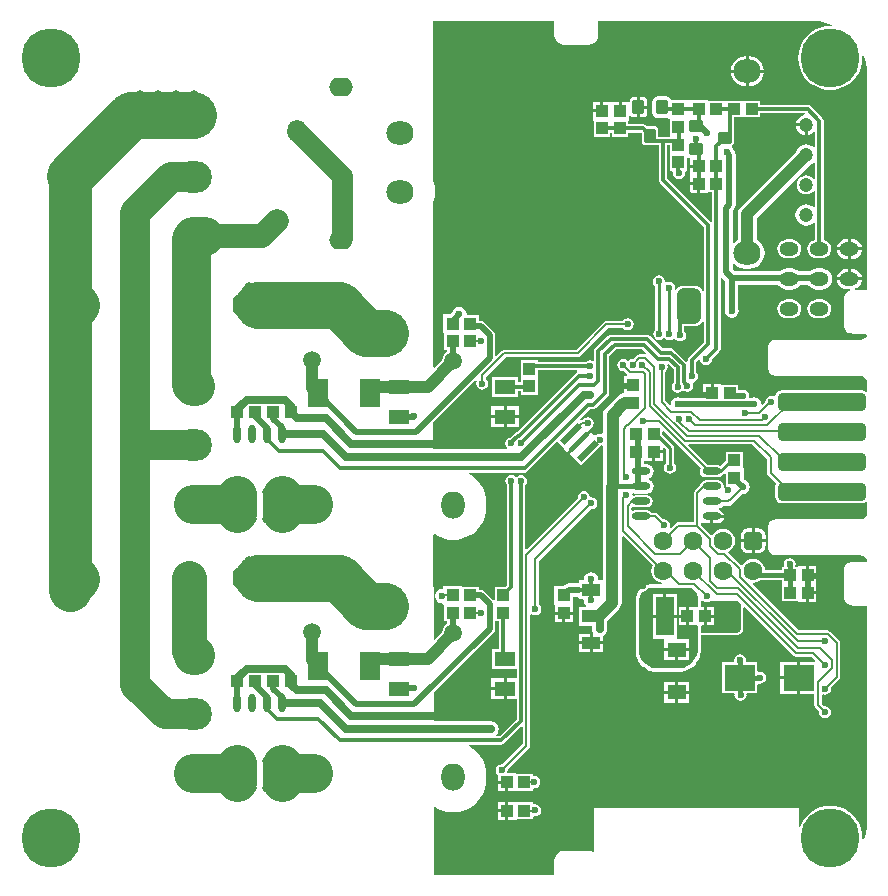
<source format=gbl>
G04 Layer_Physical_Order=2*
G04 Layer_Color=16711680*
%FSLAX44Y44*%
%MOMM*%
G71*
G01*
G75*
%ADD10C,0.5000*%
G04:AMPARAMS|DCode=11|XSize=1.524mm|YSize=7.5mm|CornerRadius=0.381mm|HoleSize=0mm|Usage=FLASHONLY|Rotation=90.000|XOffset=0mm|YOffset=0mm|HoleType=Round|Shape=RoundedRectangle|*
%AMROUNDEDRECTD11*
21,1,1.5240,6.7380,0,0,90.0*
21,1,0.7620,7.5000,0,0,90.0*
1,1,0.7620,3.3690,0.3810*
1,1,0.7620,3.3690,-0.3810*
1,1,0.7620,-3.3690,-0.3810*
1,1,0.7620,-3.3690,0.3810*
%
%ADD11ROUNDEDRECTD11*%
%ADD16R,1.0000X1.0000*%
G04:AMPARAMS|DCode=17|XSize=1mm|YSize=1.2mm|CornerRadius=0.125mm|HoleSize=0mm|Usage=FLASHONLY|Rotation=180.000|XOffset=0mm|YOffset=0mm|HoleType=Round|Shape=RoundedRectangle|*
%AMROUNDEDRECTD17*
21,1,1.0000,0.9500,0,0,180.0*
21,1,0.7500,1.2000,0,0,180.0*
1,1,0.2500,-0.3750,0.4750*
1,1,0.2500,0.3750,0.4750*
1,1,0.2500,0.3750,-0.4750*
1,1,0.2500,-0.3750,-0.4750*
%
%ADD17ROUNDEDRECTD17*%
%ADD20C,0.3000*%
%ADD21C,0.2000*%
%ADD22C,0.2540*%
%ADD23C,0.4000*%
%ADD24C,4.0000*%
%ADD25C,3.3000*%
%ADD27C,3.0000*%
%ADD28C,0.7000*%
%ADD29C,2.0000*%
%ADD30C,1.8000*%
%ADD31O,1.6000X2.0000*%
%ADD32C,5.0000*%
%ADD33O,3.2000X2.7000*%
%ADD34C,1.2000*%
%ADD35O,2.0000X1.6000*%
%ADD36O,1.6000X1.8000*%
%ADD37O,1.6000X1.9000*%
%ADD38O,2.3000X2.0000*%
%ADD39C,1.6000*%
G04:AMPARAMS|DCode=40|XSize=1.6mm|YSize=1.6mm|CornerRadius=0.4mm|HoleSize=0mm|Usage=FLASHONLY|Rotation=0.000|XOffset=0mm|YOffset=0mm|HoleType=Round|Shape=RoundedRectangle|*
%AMROUNDEDRECTD40*
21,1,1.6000,0.8000,0,0,0.0*
21,1,0.8000,1.6000,0,0,0.0*
1,1,0.8000,0.4000,-0.4000*
1,1,0.8000,-0.4000,-0.4000*
1,1,0.8000,-0.4000,0.4000*
1,1,0.8000,0.4000,0.4000*
%
%ADD40ROUNDEDRECTD40*%
%ADD41O,1.6000X1.2000*%
%ADD42O,2.0000X2.3000*%
%ADD43C,1.5000*%
%ADD44C,0.6000*%
%ADD45C,0.8000*%
%ADD46R,1.0000X1.0000*%
%ADD47O,1.6000X0.6000*%
G04:AMPARAMS|DCode=48|XSize=0.55mm|YSize=2.1mm|CornerRadius=0mm|HoleSize=0mm|Usage=FLASHONLY|Rotation=315.000|XOffset=0mm|YOffset=0mm|HoleType=Round|Shape=Rectangle|*
%AMROTATEDRECTD48*
4,1,4,-0.9369,-0.5480,0.5480,0.9369,0.9369,0.5480,-0.5480,-0.9369,-0.9369,-0.5480,0.0*
%
%ADD48ROTATEDRECTD48*%

G04:AMPARAMS|DCode=49|XSize=0.45mm|YSize=2.1mm|CornerRadius=0mm|HoleSize=0mm|Usage=FLASHONLY|Rotation=315.000|XOffset=0mm|YOffset=0mm|HoleType=Round|Shape=Rectangle|*
%AMROTATEDRECTD49*
4,1,4,-0.9016,-0.5834,0.5834,0.9016,0.9016,0.5834,-0.5834,-0.9016,-0.9016,-0.5834,0.0*
%
%ADD49ROTATEDRECTD49*%

%ADD50R,1.6000X1.3000*%
%ADD51R,2.6000X2.2000*%
%ADD52R,1.5000X1.0000*%
%ADD53R,1.5000X3.2500*%
%ADD54R,1.8000X1.3000*%
%ADD55R,1.7000X2.4000*%
%ADD56O,0.6000X1.6000*%
G04:AMPARAMS|DCode=57|XSize=1mm|YSize=1.2mm|CornerRadius=0.125mm|HoleSize=0mm|Usage=FLASHONLY|Rotation=270.000|XOffset=0mm|YOffset=0mm|HoleType=Round|Shape=RoundedRectangle|*
%AMROUNDEDRECTD57*
21,1,1.0000,0.9500,0,0,270.0*
21,1,0.7500,1.2000,0,0,270.0*
1,1,0.2500,-0.4750,-0.3750*
1,1,0.2500,-0.4750,0.3750*
1,1,0.2500,0.4750,0.3750*
1,1,0.2500,0.4750,-0.3750*
%
%ADD57ROUNDEDRECTD57*%
G04:AMPARAMS|DCode=58|XSize=3mm|YSize=2mm|CornerRadius=0.5mm|HoleSize=0mm|Usage=FLASHONLY|Rotation=90.000|XOffset=0mm|YOffset=0mm|HoleType=Round|Shape=RoundedRectangle|*
%AMROUNDEDRECTD58*
21,1,3.0000,1.0000,0,0,90.0*
21,1,2.0000,2.0000,0,0,90.0*
1,1,1.0000,0.5000,1.0000*
1,1,1.0000,0.5000,-1.0000*
1,1,1.0000,-0.5000,-1.0000*
1,1,1.0000,-0.5000,1.0000*
%
%ADD58ROUNDEDRECTD58*%
%ADD59C,1.0000*%
%ADD60C,2.5000*%
%ADD61C,3.6000*%
G36*
X685567Y726135D02*
X691608Y724933D01*
X696636Y723227D01*
X696378Y721973D01*
X694998Y722082D01*
X690761Y721748D01*
X686629Y720756D01*
X682702Y719130D01*
X679079Y716909D01*
X675847Y714149D01*
X673087Y710917D01*
X670866Y707294D01*
X669240Y703367D01*
X668248Y699235D01*
X667914Y694998D01*
X668248Y690761D01*
X669240Y686629D01*
X670866Y682702D01*
X673087Y679079D01*
X675847Y675847D01*
X679079Y673087D01*
X682702Y670866D01*
X686629Y669240D01*
X690761Y668248D01*
X694998Y667915D01*
X699235Y668248D01*
X703367Y669240D01*
X707294Y670866D01*
X710917Y673087D01*
X714149Y675847D01*
X716909Y679079D01*
X719129Y682702D01*
X720756Y686629D01*
X721748Y690761D01*
X722081Y694998D01*
X721979Y696297D01*
X723233Y696555D01*
X724901Y691640D01*
X726103Y685600D01*
X726397Y681115D01*
X726396Y681115D01*
X726397D01*
X726431Y681081D01*
Y498619D01*
X716186D01*
X715933Y499889D01*
X717507Y500540D01*
X719291Y501909D01*
X720660Y503693D01*
X721520Y505771D01*
X721646Y506730D01*
X700753D01*
X700880Y505771D01*
X701740Y503693D01*
X703109Y501909D01*
X704893Y500540D01*
X706971Y499680D01*
X709200Y499386D01*
X711397D01*
X711650Y498116D01*
X710309Y497561D01*
X708676Y496308D01*
X707423Y494675D01*
X706635Y492773D01*
X706369Y490749D01*
X706365Y490732D01*
Y469396D01*
X706369Y469379D01*
X706635Y467355D01*
X707423Y465453D01*
X708676Y463820D01*
X710309Y462567D01*
X712211Y461779D01*
X714235Y461513D01*
X714252Y461509D01*
X725375D01*
X726180Y460528D01*
X726046Y459851D01*
X724814Y458008D01*
X722971Y456776D01*
X720924Y456369D01*
X720796Y456395D01*
X649005D01*
X648678Y456460D01*
X646254Y455977D01*
X644199Y454604D01*
X642826Y452549D01*
X642460Y450710D01*
X642460D01*
X642409Y450379D01*
X642409Y449467D01*
X642409Y449467D01*
X642409Y449446D01*
Y432751D01*
X642409Y432731D01*
X642409Y432730D01*
X642409Y431818D01*
X642460Y431487D01*
X642460D01*
X642826Y429648D01*
X644199Y427593D01*
X646254Y426220D01*
X648678Y425738D01*
X649005Y425803D01*
X720487D01*
X720629Y425831D01*
X722782Y425403D01*
X724727Y424103D01*
X726028Y422157D01*
X726456Y420005D01*
X726427Y419862D01*
Y413170D01*
X725157Y412500D01*
X723789Y413415D01*
X721522Y413866D01*
X654142D01*
X651875Y413415D01*
X649953Y412131D01*
X648669Y410209D01*
X648467Y409191D01*
X647124Y408576D01*
X647051Y408582D01*
X645160Y408958D01*
X643209Y408570D01*
X641555Y407465D01*
X640450Y405811D01*
X640062Y403860D01*
X640062Y403857D01*
X637670Y401465D01*
X636494Y402085D01*
X636080Y404169D01*
X634754Y406154D01*
X632769Y407480D01*
X630428Y407946D01*
X628087Y407480D01*
X627820Y407302D01*
X626926D01*
X626120Y408284D01*
X626301Y409194D01*
X625913Y411145D01*
X624808Y412799D01*
X623154Y413904D01*
X621203Y414292D01*
X619252Y413904D01*
X619070Y413782D01*
X617242D01*
Y418226D01*
X603242D01*
X602782Y418766D01*
Y418766D01*
X596512D01*
Y411226D01*
X595242D01*
Y409956D01*
X587702D01*
Y407302D01*
X568774D01*
X568507Y407480D01*
X566166Y407946D01*
X563825Y407480D01*
X561840Y406154D01*
X560514Y404169D01*
X560098Y402079D01*
X558926Y401455D01*
X555255Y405127D01*
Y429354D01*
X555801Y429719D01*
X556906Y431373D01*
X557294Y433324D01*
X556906Y435275D01*
X557894Y436083D01*
X562343Y431633D01*
Y420189D01*
X562307Y420165D01*
X561202Y418511D01*
X560814Y416560D01*
X561202Y414609D01*
X562307Y412955D01*
X563961Y411850D01*
X565912Y411462D01*
X567863Y411850D01*
X569517Y412955D01*
X569610Y413094D01*
X571326Y413376D01*
X572089Y412866D01*
X574040Y412478D01*
X575991Y412866D01*
X577645Y413971D01*
X578750Y415625D01*
X579138Y417576D01*
X578750Y419527D01*
X578736Y419548D01*
X579320Y420959D01*
X579978Y421090D01*
X581632Y422195D01*
X582737Y423849D01*
X583125Y425800D01*
X582737Y427751D01*
X581632Y429405D01*
X581595Y429429D01*
Y437611D01*
X583523Y439538D01*
X584901Y439120D01*
X585078Y438231D01*
X586183Y436577D01*
X587837Y435472D01*
X589788Y435084D01*
X591739Y435472D01*
X593393Y436577D01*
X594498Y438231D01*
X594886Y440182D01*
X594877Y440225D01*
X601081Y446429D01*
X601855Y447586D01*
X602127Y448952D01*
Y508541D01*
X603397Y509067D01*
X606024Y506439D01*
Y483483D01*
X605980Y483417D01*
X605514Y481076D01*
X605980Y478735D01*
X607306Y476750D01*
X609291Y475424D01*
X611632Y474958D01*
X613973Y475424D01*
X615958Y476750D01*
X617284Y478735D01*
X617749Y481076D01*
X617284Y483417D01*
X617240Y483483D01*
Y503154D01*
X650774D01*
X651981Y501581D01*
X653861Y500139D01*
X656050Y499232D01*
X658400Y498922D01*
X662400D01*
X664750Y499232D01*
X666939Y500139D01*
X668819Y501581D01*
X670026Y503154D01*
X676174D01*
X677381Y501581D01*
X679261Y500139D01*
X681451Y499232D01*
X683800Y498922D01*
X687800D01*
X690150Y499232D01*
X692339Y500139D01*
X694219Y501581D01*
X695661Y503461D01*
X696568Y505650D01*
X696878Y508000D01*
X696568Y510350D01*
X695661Y512539D01*
X694219Y514419D01*
X692339Y515862D01*
X690150Y516768D01*
X687800Y517078D01*
X683800D01*
X681451Y516768D01*
X679261Y515862D01*
X677381Y514419D01*
X677344Y514370D01*
X668857D01*
X668819Y514419D01*
X666939Y515862D01*
X664750Y516768D01*
X662400Y517078D01*
X658400D01*
X656050Y516768D01*
X653861Y515862D01*
X651981Y514419D01*
X651944Y514370D01*
X613955D01*
X612414Y515911D01*
Y520629D01*
X613616Y521037D01*
X614002Y520534D01*
X616718Y518451D01*
X619880Y517141D01*
X623274Y516694D01*
X626274D01*
X629668Y517141D01*
X632830Y518451D01*
X635546Y520534D01*
X637630Y523250D01*
X638939Y526412D01*
X639386Y529806D01*
X638939Y533200D01*
X637630Y536362D01*
X635546Y539078D01*
X632843Y541152D01*
Y559710D01*
X677475Y604341D01*
X679163Y605041D01*
X680961Y606421D01*
X681518Y606322D01*
X682231Y606080D01*
Y592816D01*
X680961Y592384D01*
X680330Y593208D01*
X678659Y594490D01*
X676712Y595296D01*
X674624Y595571D01*
X672536Y595296D01*
X670590Y594490D01*
X668918Y593208D01*
X667636Y591536D01*
X666830Y589590D01*
X666555Y587502D01*
X666830Y585414D01*
X667636Y583467D01*
X668918Y581796D01*
X670590Y580514D01*
X672536Y579708D01*
X674624Y579433D01*
X676712Y579708D01*
X678659Y580514D01*
X680330Y581796D01*
X680961Y582620D01*
X682231Y582189D01*
Y568924D01*
X681518Y568682D01*
X680961Y568583D01*
X679163Y569963D01*
X676973Y570870D01*
X674624Y571180D01*
X672274Y570870D01*
X670085Y569963D01*
X668205Y568521D01*
X666762Y566641D01*
X665856Y564451D01*
X665546Y562102D01*
X665856Y559753D01*
X666762Y557563D01*
X668205Y555683D01*
X670085Y554240D01*
X672274Y553334D01*
X674624Y553024D01*
X676973Y553334D01*
X679163Y554240D01*
X680961Y555621D01*
X681518Y555522D01*
X682231Y555280D01*
Y541263D01*
X681712Y541194D01*
X679765Y540388D01*
X678094Y539106D01*
X676812Y537435D01*
X676006Y535488D01*
X675731Y533400D01*
X676006Y531312D01*
X676812Y529366D01*
X678094Y527694D01*
X679765Y526412D01*
X681712Y525606D01*
X683800Y525331D01*
X687800D01*
X689888Y525606D01*
X691834Y526412D01*
X693506Y527694D01*
X694788Y529366D01*
X695594Y531312D01*
X695869Y533400D01*
X695594Y535488D01*
X694788Y537435D01*
X693506Y539106D01*
X691834Y540388D01*
X689888Y541194D01*
X689369Y541263D01*
Y641858D01*
X689097Y643224D01*
X688323Y644381D01*
X678417Y654287D01*
X677260Y655061D01*
X675894Y655333D01*
X635530D01*
Y658764D01*
X621530D01*
Y658764D01*
X620530D01*
Y658764D01*
X606530D01*
Y658764D01*
X605558D01*
Y658764D01*
X591558D01*
X591558Y659764D01*
X575640D01*
X575558Y659764D01*
Y659764D01*
X574420Y659644D01*
Y659644D01*
X560320D01*
X560297Y659758D01*
X559358Y661164D01*
X557952Y662103D01*
X556294Y662433D01*
X548794D01*
X547136Y662103D01*
X545730Y661164D01*
X544791Y659758D01*
X544461Y658100D01*
Y648600D01*
X544791Y646942D01*
X545730Y645536D01*
X547136Y644597D01*
X548794Y644267D01*
X556294D01*
X557150Y644437D01*
X558420Y643644D01*
Y643644D01*
X559420Y642992D01*
Y629644D01*
X559420Y629644D01*
X559337Y628409D01*
X549608D01*
Y634100D01*
X549355Y635368D01*
X548637Y636443D01*
X547562Y637161D01*
X546294Y637414D01*
X539527D01*
X539043Y637897D01*
X537886Y638671D01*
X536520Y638943D01*
X524144D01*
X524144Y641788D01*
X524684Y642834D01*
X524684Y643420D01*
Y645643D01*
X525954Y646029D01*
X526062Y645868D01*
X527315Y645030D01*
X528794Y644736D01*
X531274D01*
Y653350D01*
Y661964D01*
X528794D01*
X527315Y661670D01*
X526062Y660833D01*
X525224Y659579D01*
X525110Y659007D01*
X524745Y658070D01*
X523770Y657914D01*
X518414D01*
Y650374D01*
X515874D01*
Y657914D01*
X510460D01*
X509190Y657914D01*
X508334Y657914D01*
X502920D01*
Y650374D01*
X501650D01*
Y649104D01*
X494110D01*
X494110Y642834D01*
X494650Y641788D01*
X494650Y641564D01*
Y628374D01*
X508650D01*
Y631805D01*
X510144D01*
Y628374D01*
X524144D01*
Y631805D01*
X535042D01*
X535480Y631367D01*
Y624600D01*
X535733Y623332D01*
X536451Y622257D01*
X537526Y621539D01*
X538794Y621286D01*
X546294D01*
X546637Y621354D01*
X547054Y621271D01*
X549643D01*
Y591820D01*
X549915Y590454D01*
X550689Y589297D01*
X588251Y551734D01*
Y497938D01*
X586981Y497685D01*
X586679Y498416D01*
X585556Y499879D01*
X584094Y501001D01*
X582391Y501706D01*
X580564Y501946D01*
X570564D01*
X568737Y501706D01*
X567034Y501001D01*
X565572Y499879D01*
X564450Y498416D01*
X563305Y498931D01*
X563644Y500634D01*
X563256Y502585D01*
X562151Y504239D01*
X560497Y505344D01*
X558546Y505732D01*
X556595Y505344D01*
X556115Y505023D01*
X554972Y505787D01*
X555008Y505968D01*
X554620Y507919D01*
X553515Y509573D01*
X551861Y510678D01*
X549910Y511066D01*
X547959Y510678D01*
X546305Y509573D01*
X545200Y507919D01*
X544812Y505968D01*
X545200Y504017D01*
X546305Y502363D01*
X546830Y502013D01*
Y465050D01*
X546559Y464869D01*
X545454Y463215D01*
X545066Y461264D01*
X545454Y459313D01*
X546559Y457659D01*
X548213Y456554D01*
X550164Y456166D01*
X552115Y456554D01*
X553769Y457659D01*
X553847Y457776D01*
X555117D01*
X555195Y457659D01*
X556849Y456554D01*
X558800Y456166D01*
X560751Y456554D01*
X562405Y457659D01*
X563796Y457456D01*
X564339Y456643D01*
X565993Y455538D01*
X567944Y455150D01*
X569895Y455538D01*
X571549Y456643D01*
X572654Y458297D01*
X573042Y460248D01*
X572654Y462199D01*
X571549Y463853D01*
X571513Y463877D01*
Y467826D01*
X580564D01*
X582391Y468066D01*
X584094Y468772D01*
X585556Y469893D01*
X586679Y471356D01*
X586981Y472087D01*
X588251Y471834D01*
Y454360D01*
X575504Y441612D01*
X574730Y440455D01*
X574458Y439089D01*
Y438433D01*
X574157Y438219D01*
X573188Y437952D01*
X563101Y448039D01*
X561944Y448813D01*
X560578Y449085D01*
X553166D01*
X542527Y459723D01*
X541370Y460497D01*
X540004Y460769D01*
X509270D01*
X507904Y460497D01*
X506747Y459723D01*
X496079Y449055D01*
X495305Y447898D01*
X495033Y446532D01*
Y439249D01*
X493913Y438650D01*
X493695Y438796D01*
X491744Y439184D01*
X489793Y438796D01*
X488139Y437691D01*
X488115Y437655D01*
X447182D01*
Y438934D01*
X433182D01*
Y425204D01*
X433182Y424934D01*
Y423934D01*
X433182Y423664D01*
Y420383D01*
X430650D01*
Y425314D01*
X408650D01*
Y408314D01*
X430650D01*
Y413245D01*
X433182D01*
Y409934D01*
X447182D01*
Y423664D01*
X447182Y423934D01*
Y424934D01*
X447182Y425204D01*
Y430517D01*
X480440D01*
X480575Y430148D01*
X480652Y429247D01*
X479697Y428609D01*
X429843Y378756D01*
X429084Y378605D01*
X427926Y377831D01*
X423767Y373672D01*
X422991Y373518D01*
X421337Y372413D01*
X420232Y370759D01*
X419844Y368808D01*
X420232Y366857D01*
X421337Y365203D01*
X421716Y364950D01*
X421331Y363680D01*
X358989D01*
X358963Y386415D01*
X394385Y421836D01*
X395526Y421315D01*
X395580Y421236D01*
X395206Y419354D01*
X395594Y417403D01*
X396699Y415749D01*
X398353Y414644D01*
X400304Y414256D01*
X402255Y414644D01*
X403909Y415749D01*
X405014Y417403D01*
X405402Y419354D01*
X405014Y421305D01*
X403909Y422959D01*
X403363Y423324D01*
Y425199D01*
X420113Y441949D01*
X481076D01*
X481076Y441949D01*
X482247Y442182D01*
X483239Y442845D01*
X506727Y466333D01*
X519524D01*
X519889Y465787D01*
X521543Y464682D01*
X523494Y464294D01*
X525445Y464682D01*
X527099Y465787D01*
X528204Y467441D01*
X528592Y469392D01*
X528204Y471343D01*
X527099Y472997D01*
X525445Y474102D01*
X523494Y474490D01*
X521543Y474102D01*
X519889Y472997D01*
X519524Y472451D01*
X505460D01*
X505460Y472451D01*
X504290Y472218D01*
X503297Y471555D01*
X479809Y448067D01*
X418846D01*
X418846Y448067D01*
X417676Y447834D01*
X416683Y447171D01*
X412416Y442903D01*
X411242Y443389D01*
Y460502D01*
X410893Y462258D01*
X409898Y463746D01*
X402278Y471366D01*
X400790Y472361D01*
X399034Y472710D01*
X397278D01*
Y477154D01*
X387894D01*
X387088Y478136D01*
X387118Y478282D01*
X386652Y480623D01*
X385326Y482608D01*
X383341Y483934D01*
X381000Y484399D01*
X378659Y483934D01*
X376674Y482608D01*
X375348Y480623D01*
X375333Y480545D01*
X372941Y478154D01*
X367278D01*
Y462154D01*
X368278D01*
Y448168D01*
X370690D01*
Y446545D01*
X369241Y445433D01*
X367718Y443449D01*
X366761Y441138D01*
X366495Y439122D01*
X360083Y432709D01*
X358909Y433195D01*
X358902Y439166D01*
Y572924D01*
X358986Y573127D01*
X360015Y577412D01*
X360361Y581806D01*
X360015Y586200D01*
X358986Y590485D01*
X358902Y590688D01*
Y726431D01*
X461505D01*
X461505Y714252D01*
X461509Y714235D01*
X461775Y712211D01*
X462563Y710309D01*
X463816Y708676D01*
X465449Y707423D01*
X467351Y706635D01*
X469375Y706369D01*
X469392Y706365D01*
X490728D01*
X490745Y706369D01*
X492769Y706635D01*
X494671Y707423D01*
X496304Y708676D01*
X497557Y710309D01*
X498345Y712211D01*
X498611Y714235D01*
X498615Y714252D01*
X498615Y726431D01*
X675835D01*
X677064Y726383D01*
Y726383D01*
X679422Y726538D01*
X685567Y726135D01*
D02*
G37*
G36*
X673236Y648014D02*
X672647Y646655D01*
X672395Y646622D01*
X670317Y645762D01*
X668533Y644393D01*
X667164Y642609D01*
X666304Y640531D01*
X666178Y639572D01*
X674624D01*
Y638302D01*
X675894D01*
Y629855D01*
X676853Y629982D01*
X678931Y630842D01*
X680715Y632211D01*
X680961Y632533D01*
X682231Y632102D01*
Y619724D01*
X681518Y619482D01*
X680961Y619383D01*
X679163Y620763D01*
X676973Y621670D01*
X674624Y621980D01*
X672274Y621670D01*
X670085Y620763D01*
X668205Y619321D01*
X666762Y617441D01*
X666063Y615752D01*
X619068Y568758D01*
X617786Y567086D01*
X616980Y565140D01*
X616705Y563052D01*
Y541152D01*
X614002Y539078D01*
X613616Y538575D01*
X612414Y538983D01*
Y565875D01*
X613311Y566773D01*
X614527Y568592D01*
X614954Y570738D01*
Y613156D01*
X614527Y615302D01*
X613311Y617121D01*
X612981Y617451D01*
X612966Y617529D01*
X611640Y619514D01*
X611618Y619528D01*
X611617Y620129D01*
X611791Y620940D01*
X612691Y621541D01*
X613409Y622616D01*
X613662Y623884D01*
Y631384D01*
X613593Y631726D01*
X613677Y632144D01*
Y644764D01*
X620530D01*
Y644764D01*
X621530D01*
Y644764D01*
X635530D01*
Y648195D01*
X673106D01*
X673236Y648014D01*
D02*
G37*
G36*
X559420Y614942D02*
X559420Y614672D01*
Y613672D01*
X559420Y613672D01*
Y599672D01*
X560935D01*
X561977Y598402D01*
X561830Y597662D01*
X562218Y595711D01*
X563323Y594057D01*
X564977Y592952D01*
X566928Y592564D01*
X568879Y592952D01*
X570533Y594057D01*
X571638Y595711D01*
X572026Y597662D01*
X571879Y598402D01*
X572921Y599672D01*
X573420D01*
Y610089D01*
X574690Y610768D01*
X575369Y610314D01*
X576018Y610185D01*
Y604774D01*
X583558D01*
Y602234D01*
X576018D01*
Y596058D01*
X576018D01*
Y589788D01*
X583558D01*
Y588518D01*
X584828D01*
Y580978D01*
X591098D01*
Y580978D01*
X591558Y581518D01*
X594989D01*
Y556885D01*
X593719Y556359D01*
X556781Y593298D01*
Y621271D01*
X559420D01*
Y614942D01*
D02*
G37*
G36*
X538927Y445356D02*
X538521Y444388D01*
X538326Y444161D01*
X533455D01*
X533455Y444161D01*
X532284Y443928D01*
X531292Y443265D01*
X531292Y443265D01*
X528158Y440131D01*
X527812Y440200D01*
X525861Y439812D01*
X524628Y438988D01*
X523748Y438803D01*
X522868Y438988D01*
X521635Y439812D01*
X519684Y440200D01*
X517733Y439812D01*
X516079Y438707D01*
X514974Y437053D01*
X514586Y435102D01*
X514974Y433151D01*
X516079Y431497D01*
X517733Y430392D01*
X519684Y430004D01*
X520030Y430073D01*
X523075Y427028D01*
X523038Y426652D01*
X522646Y425758D01*
X520780D01*
Y419488D01*
X528320D01*
Y416948D01*
X520780D01*
Y411218D01*
X520320D01*
Y411152D01*
X519254Y411012D01*
X517308Y410206D01*
X515636Y408924D01*
X514996Y408283D01*
X513844Y407400D01*
X504976Y398532D01*
X503694Y396861D01*
X502888Y394914D01*
X502613Y392826D01*
Y377449D01*
X501343Y376661D01*
X499872Y376954D01*
X497921Y376566D01*
X496413Y375559D01*
X496012Y375507D01*
X494904Y375707D01*
X492719Y377893D01*
X483498Y368672D01*
X474277Y359451D01*
X476766Y356962D01*
X476766D01*
X477473Y357019D01*
X484191Y350301D01*
X500840Y366951D01*
X501343Y367051D01*
X502613Y366263D01*
Y334142D01*
X502345Y332106D01*
Y252750D01*
X499232D01*
X498624Y253492D01*
X498158Y255833D01*
X496832Y257818D01*
X496496Y258042D01*
X496463Y258091D01*
X494644Y259307D01*
X492498Y259734D01*
X490352Y259307D01*
X488533Y258091D01*
X488487Y258023D01*
X488180Y257818D01*
X486854Y255833D01*
X486389Y253492D01*
X485779Y252750D01*
X481998D01*
Y251363D01*
X481224Y250728D01*
X478883Y250262D01*
X478805Y250210D01*
X473964D01*
X471818Y249783D01*
X469999Y248567D01*
X469461Y248030D01*
X461392D01*
Y232030D01*
X461852D01*
Y226300D01*
X469392D01*
X476932D01*
Y232030D01*
X477392D01*
Y238994D01*
X478829D01*
X478883Y238958D01*
X481224Y238493D01*
X481998Y237857D01*
Y236750D01*
X485764D01*
X486372Y236008D01*
X486838Y233667D01*
X488164Y231682D01*
X488407Y231520D01*
X488022Y230250D01*
X481998D01*
Y214250D01*
X493316D01*
Y211582D01*
X493539Y209885D01*
X494088Y208560D01*
X493768Y207806D01*
Y201020D01*
X502538D01*
Y205651D01*
X503150Y205904D01*
X504508Y206946D01*
X505550Y208304D01*
X506205Y209885D01*
X506428Y211582D01*
Y218411D01*
X516120Y228102D01*
X517402Y229774D01*
X518208Y231720D01*
X518483Y233808D01*
Y289856D01*
X519656Y290342D01*
X544545Y265453D01*
X543723Y263468D01*
X543380Y260858D01*
X543723Y258248D01*
X544731Y255815D01*
X546334Y253726D01*
X548423Y252123D01*
X550855Y251115D01*
X552979Y250836D01*
X552896Y249566D01*
X543132D01*
X542836Y249507D01*
X542535D01*
X540490Y249100D01*
X540490D01*
X539387Y248643D01*
X538543Y247799D01*
X538543Y247799D01*
X537848Y246758D01*
X537205Y246329D01*
X535994Y246089D01*
X535709Y246089D01*
X535430Y245973D01*
X535135Y245914D01*
X534884Y245747D01*
X534606Y245632D01*
X534393Y245419D01*
X534142Y245251D01*
X533647Y244756D01*
X533480Y244506D01*
X533267Y244293D01*
X532085Y242525D01*
X531970Y242246D01*
X531803Y241996D01*
X530989Y240031D01*
X530930Y239736D01*
X530815Y239457D01*
X530400Y237372D01*
Y237071D01*
X530341Y236775D01*
Y206756D01*
Y193040D01*
X530341Y191589D01*
X530400Y191294D01*
Y190992D01*
X530966Y188146D01*
X531081Y187868D01*
X531140Y187572D01*
X532251Y184891D01*
X532418Y184641D01*
X532533Y184362D01*
X534146Y181950D01*
X534359Y181737D01*
X534526Y181486D01*
X536578Y179434D01*
X536828Y179267D01*
X537042Y179054D01*
X539454Y177441D01*
X539733Y177326D01*
X539983Y177159D01*
X542664Y176048D01*
X542960Y175989D01*
X543238Y175874D01*
X546084Y175308D01*
X546385D01*
X546681Y175249D01*
X548132Y175249D01*
X568021D01*
X568316Y175308D01*
X568618D01*
X571758Y175933D01*
X572037Y176048D01*
X572332Y176107D01*
X575291Y177332D01*
X575541Y177500D01*
X575819Y177615D01*
X578482Y179394D01*
X578695Y179607D01*
X578946Y179774D01*
X581210Y182038D01*
X581377Y182289D01*
X581590Y182502D01*
X583369Y185165D01*
X583484Y185443D01*
X583652Y185693D01*
X584877Y188652D01*
X584936Y188947D01*
X585051Y189226D01*
X585676Y192366D01*
Y192667D01*
X585735Y192963D01*
Y206241D01*
X615187Y206241D01*
X616046Y206241D01*
X616827Y206396D01*
X616827Y206396D01*
X618414Y207053D01*
X619076Y207495D01*
X620291Y208710D01*
X620466Y208973D01*
X620733Y209371D01*
X621391Y210959D01*
X621462Y211315D01*
X621546Y211739D01*
X621547Y212805D01*
X621556Y212852D01*
X621547Y212899D01*
X621549Y221709D01*
X621556Y221742D01*
X621549Y221775D01*
X621552Y229508D01*
X622822Y230033D01*
X663756Y189099D01*
X664749Y188436D01*
X665919Y188203D01*
X665919Y188203D01*
X679265D01*
X682321Y185147D01*
X681835Y183974D01*
X669652D01*
Y170434D01*
Y156894D01*
X681567D01*
Y147168D01*
X681567Y147168D01*
X681800Y145997D01*
X682463Y145005D01*
X685656Y141812D01*
X685528Y141168D01*
X685916Y139217D01*
X687021Y137563D01*
X688675Y136458D01*
X690626Y136070D01*
X692577Y136458D01*
X694231Y137563D01*
X695336Y139217D01*
X695724Y141168D01*
X695336Y143119D01*
X694231Y144773D01*
X692577Y145878D01*
X690626Y146266D01*
X689982Y146138D01*
X687685Y148435D01*
Y155709D01*
X688955Y156403D01*
X690626Y156070D01*
X692577Y156458D01*
X694231Y157563D01*
X695336Y159217D01*
X695724Y161168D01*
X695596Y161812D01*
X702789Y169005D01*
X703452Y169998D01*
X703685Y171168D01*
X703685Y171168D01*
Y199653D01*
X703685Y199653D01*
X703452Y200824D01*
X702789Y201816D01*
X695178Y209427D01*
X694186Y210090D01*
X693015Y210323D01*
X693015Y210323D01*
X668322D01*
X628998Y249647D01*
X629560Y250786D01*
X629666Y250772D01*
X632276Y251115D01*
X634709Y252123D01*
X636143Y253224D01*
X653774D01*
Y250302D01*
X653774D01*
Y249316D01*
X653774D01*
Y235316D01*
X667188Y235316D01*
X668234Y234776D01*
X668820Y234776D01*
X674504D01*
Y242316D01*
X675774D01*
Y243586D01*
X683314D01*
Y249762D01*
Y256032D01*
X675774D01*
Y257302D01*
X674504D01*
Y264842D01*
X668234Y264842D01*
X667188Y264302D01*
X666377Y264302D01*
X665571Y265284D01*
X665752Y266192D01*
X665364Y268143D01*
X664259Y269797D01*
X662605Y270902D01*
X660654Y271290D01*
X658703Y270902D01*
X657049Y269797D01*
X655944Y268143D01*
X655556Y266192D01*
X655737Y265284D01*
X654931Y264302D01*
X653774D01*
Y261380D01*
X639683D01*
X639409Y263468D01*
X638401Y265901D01*
X636798Y267990D01*
X634709Y269593D01*
X632276Y270601D01*
X629666Y270944D01*
X627056Y270601D01*
X624623Y269593D01*
X622534Y267990D01*
X620931Y265901D01*
X620834Y265666D01*
X619588Y265418D01*
X608826Y276180D01*
X609074Y277426D01*
X609309Y277523D01*
X611398Y279126D01*
X613001Y281215D01*
X614009Y283647D01*
X614352Y286258D01*
X614009Y288869D01*
X613001Y291301D01*
X611398Y293390D01*
X609309Y294993D01*
X606876Y296001D01*
X604266Y296344D01*
X601656Y296001D01*
X599223Y294993D01*
X597134Y293390D01*
X595712Y291536D01*
X594281Y291171D01*
X585481Y299971D01*
Y301422D01*
X586751Y302101D01*
X587480Y301613D01*
X589642Y301183D01*
X593372D01*
Y306832D01*
X594642D01*
Y308102D01*
X605038D01*
X604860Y308994D01*
X603636Y310826D01*
X601804Y312051D01*
X600549Y312300D01*
Y313595D01*
X601983Y313880D01*
X603968Y315206D01*
X604133Y315454D01*
X608584D01*
X608584Y315454D01*
X610145Y315764D01*
X611468Y316648D01*
X611468Y316648D01*
X613609Y318789D01*
X613609Y318789D01*
X620484Y325664D01*
X620776Y325606D01*
X623117Y326072D01*
X625102Y327398D01*
X626428Y329383D01*
X626894Y331724D01*
X626428Y334065D01*
X625102Y336050D01*
X623117Y337376D01*
X623039Y337391D01*
X621918Y338513D01*
Y347718D01*
X620918Y347718D01*
Y361718D01*
X606918D01*
Y354719D01*
X601741Y349543D01*
X601593Y349642D01*
X599642Y350030D01*
X591473D01*
X574641Y366862D01*
X575127Y368035D01*
X629161D01*
X641593Y355603D01*
Y343662D01*
X641593Y343662D01*
X641826Y342491D01*
X642489Y341499D01*
X649194Y334794D01*
X648669Y334009D01*
X648218Y331742D01*
Y324122D01*
X648669Y321855D01*
X649953Y319933D01*
X651875Y318649D01*
X654142Y318198D01*
X721522D01*
X723789Y318649D01*
X725157Y319564D01*
X726427Y318894D01*
Y310134D01*
X726453Y310006D01*
X726046Y307959D01*
X724814Y306116D01*
X722971Y304884D01*
X720924Y304477D01*
X720796Y304503D01*
X649005D01*
X648678Y304568D01*
X646254Y304085D01*
X644199Y302712D01*
X642826Y300657D01*
X642460Y298818D01*
X642460D01*
X642409Y298487D01*
X642409Y297575D01*
X642409Y297575D01*
X642409Y297554D01*
Y280859D01*
X642409Y280839D01*
X642409Y280838D01*
X642409Y279926D01*
X642460Y279595D01*
X642460D01*
X642826Y277756D01*
X644199Y275701D01*
X646254Y274328D01*
X648678Y273846D01*
X649005Y273911D01*
X720207D01*
X720374Y273944D01*
X722613Y273499D01*
X724652Y272136D01*
X726015Y270096D01*
X726139Y269476D01*
X725333Y268495D01*
X714252Y268495D01*
X714235Y268491D01*
X712211Y268225D01*
X710309Y267437D01*
X708676Y266184D01*
X707423Y264551D01*
X706635Y262649D01*
X706369Y260625D01*
X706365Y260608D01*
Y239272D01*
X706369Y239255D01*
X706635Y237231D01*
X707423Y235329D01*
X708676Y233696D01*
X710309Y232443D01*
X712211Y231655D01*
X714235Y231389D01*
X714252Y231385D01*
X726431Y231385D01*
Y54165D01*
X726383Y52936D01*
X726383D01*
X726538Y50578D01*
X726135Y44433D01*
X724933Y38392D01*
X723227Y33365D01*
X721973Y33623D01*
X722082Y34998D01*
X721748Y39235D01*
X720756Y43367D01*
X719130Y47294D01*
X716909Y50917D01*
X714149Y54149D01*
X710917Y56909D01*
X707294Y59130D01*
X703367Y60756D01*
X699235Y61748D01*
X694998Y62081D01*
X690761Y61748D01*
X686629Y60756D01*
X682702Y59130D01*
X679079Y56909D01*
X675847Y54149D01*
X673087Y50917D01*
X670866Y47294D01*
X669518Y44038D01*
X668248Y44291D01*
Y59944D01*
X495050D01*
Y23796D01*
X493780Y22948D01*
X492773Y23365D01*
X490749Y23631D01*
X490732Y23635D01*
X469396D01*
X469379Y23631D01*
X467355Y23365D01*
X465453Y22577D01*
X463820Y21324D01*
X462567Y19691D01*
X461779Y17789D01*
X461513Y15765D01*
X461509Y15748D01*
Y3569D01*
X359406D01*
X359340Y60496D01*
X360448Y61117D01*
X363011Y59547D01*
X367083Y57860D01*
X371368Y56831D01*
X375762Y56485D01*
X380156Y56831D01*
X384441Y57860D01*
X388513Y59547D01*
X392271Y61849D01*
X395622Y64712D01*
X398484Y68063D01*
X400787Y71821D01*
X402474Y75893D01*
X403503Y80178D01*
X403849Y84572D01*
Y87572D01*
X403503Y91966D01*
X402474Y96251D01*
X400787Y100323D01*
X398484Y104081D01*
X395622Y107432D01*
X392271Y110295D01*
X388944Y112333D01*
X389302Y113603D01*
X416638D01*
X418004Y113875D01*
X419161Y114649D01*
X433410Y128897D01*
X434583Y128411D01*
Y114043D01*
X417458Y96918D01*
X416814Y97046D01*
X414863Y96658D01*
X413209Y95553D01*
X412104Y93899D01*
X411716Y91948D01*
X412104Y89997D01*
X413209Y88343D01*
X413458Y88177D01*
Y83058D01*
X420998D01*
Y81788D01*
X422268D01*
Y74248D01*
X428538Y74248D01*
X429584Y74788D01*
X429808Y74788D01*
X442998D01*
Y76242D01*
X443980Y77048D01*
X444500Y76944D01*
X446451Y77332D01*
X448105Y78437D01*
X449210Y80091D01*
X449598Y82042D01*
X449210Y83993D01*
X448105Y85647D01*
X446451Y86752D01*
X444500Y87140D01*
X443980Y87037D01*
X442998Y87842D01*
Y88788D01*
X429584Y88788D01*
X428538Y89328D01*
X427952Y89328D01*
X422488D01*
X421643Y90598D01*
X421912Y91948D01*
X421784Y92592D01*
X439805Y110613D01*
X440468Y111606D01*
X440701Y112776D01*
Y223807D01*
X441971Y224278D01*
X443311Y223382D01*
X445262Y222994D01*
X447213Y223382D01*
X448867Y224487D01*
X449972Y226141D01*
X450360Y228092D01*
X449972Y230043D01*
X448867Y231697D01*
X448321Y232062D01*
Y269243D01*
X492116Y313038D01*
X492760Y312910D01*
X494711Y313298D01*
X496365Y314403D01*
X497470Y316057D01*
X497858Y318008D01*
X497470Y319959D01*
X496365Y321613D01*
X494711Y322718D01*
X492760Y323106D01*
X492653Y323085D01*
X491353Y324121D01*
X491120Y325293D01*
X490015Y326947D01*
X488361Y328052D01*
X486410Y328440D01*
X484459Y328052D01*
X482805Y326947D01*
X481700Y325293D01*
X481312Y323342D01*
X481440Y322698D01*
X437884Y279142D01*
X436711Y279628D01*
Y333175D01*
X436747Y333199D01*
X437852Y334853D01*
X438240Y336804D01*
X437852Y338755D01*
X436747Y340409D01*
X435093Y341514D01*
X433142Y341902D01*
X431191Y341514D01*
X429908Y340657D01*
X429042Y340499D01*
X428176Y340657D01*
X426893Y341514D01*
X424942Y341902D01*
X422991Y341514D01*
X421337Y340409D01*
X420232Y338755D01*
X419844Y336804D01*
X420232Y334853D01*
X421337Y333199D01*
X421373Y333175D01*
Y248366D01*
X420037Y247030D01*
X411084D01*
Y236166D01*
X410172Y235772D01*
X409814Y235739D01*
X402278Y243274D01*
X400790Y244269D01*
X399034Y244618D01*
X397278D01*
Y247030D01*
X383278D01*
X383278Y248030D01*
X367278D01*
Y246260D01*
X366522Y245639D01*
X364181Y245174D01*
X362196Y243848D01*
X360870Y241863D01*
X360405Y239522D01*
X360870Y237181D01*
X362196Y235196D01*
X364181Y233870D01*
X366522Y233405D01*
X367278Y232784D01*
Y232030D01*
X368278D01*
Y218044D01*
X370690D01*
Y216133D01*
X369241Y215021D01*
X367718Y213037D01*
X366761Y210726D01*
X366495Y208710D01*
X360349Y202564D01*
X359175Y203049D01*
X359074Y290882D01*
X360343Y291594D01*
X363011Y289959D01*
X367083Y288272D01*
X371368Y287243D01*
X375762Y286897D01*
X380156Y287243D01*
X384441Y288272D01*
X388513Y289959D01*
X392271Y292262D01*
X395622Y295124D01*
X398484Y298475D01*
X400787Y302233D01*
X402474Y306305D01*
X403503Y310590D01*
X403849Y314984D01*
Y317984D01*
X403503Y322378D01*
X402474Y326663D01*
X400787Y330735D01*
X398484Y334493D01*
X395622Y337844D01*
X392271Y340706D01*
X388944Y342745D01*
X389302Y344015D01*
X436230D01*
X437596Y344287D01*
X438753Y345061D01*
X463195Y369502D01*
X464899Y369593D01*
X469634Y364858D01*
X469992Y363736D01*
X469992Y363736D01*
X472481Y361247D01*
X481702Y370468D01*
X491103Y379869D01*
X491388Y380807D01*
X491663Y380862D01*
X493317Y381967D01*
X494422Y383621D01*
X494810Y385572D01*
X494422Y387523D01*
X493317Y389177D01*
X491663Y390282D01*
X489712Y390670D01*
X487761Y390282D01*
X486107Y389177D01*
X485742Y388631D01*
X484460D01*
X484035Y388546D01*
X483409Y389717D01*
X491190Y397497D01*
X494030D01*
X495396Y397769D01*
X496553Y398543D01*
X506713Y408703D01*
X507487Y409860D01*
X507759Y411226D01*
Y442514D01*
X513876Y448631D01*
X535652D01*
X538927Y445356D01*
D02*
G37*
G36*
X585347Y347504D02*
X584932Y346883D01*
X584544Y344932D01*
X584932Y342981D01*
X586037Y341327D01*
X587691Y340222D01*
X589642Y339834D01*
X599642D01*
X601593Y340222D01*
X603247Y341327D01*
X603981Y342426D01*
X604203Y342575D01*
X604745Y343116D01*
X605918Y342630D01*
Y332819D01*
X604648Y332694D01*
X604352Y334183D01*
X603247Y335837D01*
X601593Y336942D01*
X599642Y337330D01*
X589642D01*
X587691Y336942D01*
X586037Y335837D01*
X584932Y334183D01*
X584757Y333305D01*
X580259Y328807D01*
X579596Y327814D01*
X579363Y326644D01*
X579363Y326644D01*
Y301763D01*
X565912D01*
X565912Y301763D01*
X564741Y301530D01*
X563749Y300867D01*
X563749Y300867D01*
X560192Y297310D01*
X559021Y297935D01*
X559326Y299466D01*
X558938Y301417D01*
X557833Y303071D01*
X556179Y304176D01*
X554228Y304564D01*
X553584Y304436D01*
X549025Y308995D01*
X548032Y309658D01*
X546862Y309891D01*
X546862Y309891D01*
X543612D01*
X543247Y310437D01*
X541593Y311542D01*
X539642Y311930D01*
X529642D01*
X527971Y311597D01*
X526701Y312291D01*
Y313956D01*
X527288Y314470D01*
X527782Y314804D01*
X529642Y314434D01*
X539642D01*
X541593Y314822D01*
X543247Y315927D01*
X544352Y317581D01*
X544740Y319532D01*
X544352Y321483D01*
X543247Y323137D01*
X541593Y324242D01*
X539642Y324630D01*
X529642D01*
X528703Y324443D01*
X527360Y325337D01*
X527347Y325401D01*
X527498Y326124D01*
X527892Y326463D01*
X529642Y326115D01*
X539642D01*
X541983Y326580D01*
X543968Y327906D01*
X545294Y329891D01*
X545760Y332232D01*
X545294Y334573D01*
X543968Y336558D01*
X541983Y337884D01*
X541728Y337935D01*
Y339229D01*
X541983Y339280D01*
X543968Y340606D01*
X545294Y342591D01*
X545760Y344932D01*
X545294Y347273D01*
X543968Y349258D01*
X541983Y350584D01*
X539642Y351049D01*
X537738D01*
Y353696D01*
X538472D01*
Y354156D01*
X544202D01*
Y361696D01*
X545472D01*
Y362966D01*
X553012D01*
Y364800D01*
X554185Y365286D01*
X556036Y363435D01*
Y352020D01*
X555765Y351839D01*
X554660Y350185D01*
X554272Y348234D01*
X554660Y346283D01*
X555765Y344629D01*
X557419Y343524D01*
X559370Y343136D01*
X561321Y343524D01*
X562975Y344629D01*
X564080Y346283D01*
X564468Y348234D01*
X564080Y350185D01*
X562975Y351839D01*
X562704Y352020D01*
Y364816D01*
X562450Y366092D01*
X561727Y367174D01*
X552472Y376429D01*
Y378720D01*
X553645Y379206D01*
X585347Y347504D01*
D02*
G37*
G36*
X575640Y246518D02*
X577251Y246094D01*
X578749Y245364D01*
X580076Y244356D01*
X581181Y243108D01*
X582020Y241669D01*
X582443Y240442D01*
X582676Y239268D01*
X582676Y239268D01*
X582676Y239268D01*
Y230500D01*
X581700Y229790D01*
X581114Y229790D01*
X575430D01*
Y222250D01*
Y214710D01*
X581114D01*
X581700Y214710D01*
X582676Y214000D01*
Y192963D01*
X582051Y189822D01*
X580826Y186864D01*
X579047Y184201D01*
X576783Y181937D01*
X574120Y180158D01*
X571162Y178933D01*
X568021Y178308D01*
X548132D01*
X546681Y178308D01*
X543835Y178874D01*
X541154Y179985D01*
X538741Y181597D01*
X536689Y183649D01*
X535077Y186062D01*
X533966Y188743D01*
X533400Y191589D01*
X533400Y193040D01*
Y206756D01*
Y236775D01*
X533815Y238861D01*
X534629Y240825D01*
X535810Y242593D01*
X536305Y243088D01*
X536448Y243060D01*
X538399Y243448D01*
X540053Y244553D01*
X541086Y246100D01*
X543132Y246507D01*
X573151Y246507D01*
X573977Y246620D01*
X575640Y246518D01*
D02*
G37*
G36*
X587252Y235458D02*
X588599Y234558D01*
X590550Y234170D01*
X592501Y234558D01*
X593848Y235458D01*
X616049Y235458D01*
X617639Y234799D01*
X618855Y233582D01*
X619386Y232299D01*
X619513Y231133D01*
Y231132D01*
X619513Y231132D01*
X619513Y231132D01*
X619507Y212599D01*
X619507Y211739D01*
X618849Y210152D01*
X617634Y208937D01*
X616046Y208280D01*
X615187Y208280D01*
X585735Y208280D01*
Y214000D01*
X586783Y214710D01*
X587890D01*
Y222250D01*
Y229790D01*
X586783D01*
X585735Y230500D01*
Y235458D01*
X587252D01*
D02*
G37*
G36*
X414515Y194980D02*
X408650D01*
Y177980D01*
X429573D01*
Y170120D01*
X420920D01*
Y161080D01*
Y152040D01*
X429573D01*
Y135154D01*
X415160Y120741D01*
X412651D01*
X412220Y122011D01*
X412306Y122076D01*
X413348Y123434D01*
X414003Y125015D01*
X414226Y126712D01*
X414003Y128409D01*
X413348Y129990D01*
X412306Y131348D01*
X410948Y132390D01*
X409367Y133045D01*
X407670Y133268D01*
X359256D01*
X359228Y157887D01*
X409898Y208558D01*
X410893Y210046D01*
X411242Y211802D01*
Y218030D01*
X414515D01*
Y194980D01*
D02*
G37*
%LPC*%
G36*
X626274Y696454D02*
X626044D01*
Y685076D01*
X638755D01*
X638491Y687080D01*
X637228Y690130D01*
X635218Y692750D01*
X632598Y694760D01*
X629548Y696023D01*
X626274Y696454D01*
D02*
G37*
G36*
X623504D02*
X623274D01*
X620000Y696023D01*
X616950Y694760D01*
X614330Y692750D01*
X612320Y690130D01*
X611057Y687080D01*
X610793Y685076D01*
X623504D01*
Y696454D01*
D02*
G37*
G36*
X638755Y682536D02*
X626044D01*
Y671158D01*
X626274D01*
X629548Y671589D01*
X632598Y672852D01*
X635218Y674862D01*
X637228Y677482D01*
X638491Y680532D01*
X638755Y682536D01*
D02*
G37*
G36*
X623504D02*
X610793D01*
X611057Y680532D01*
X612320Y677482D01*
X614330Y674862D01*
X616950Y672852D01*
X620000Y671589D01*
X623274Y671158D01*
X623504D01*
Y682536D01*
D02*
G37*
G36*
X536294Y661964D02*
X533814D01*
Y654620D01*
X540158D01*
Y658100D01*
X539864Y659579D01*
X539026Y660833D01*
X537773Y661670D01*
X536294Y661964D01*
D02*
G37*
G36*
X500380Y657914D02*
X494110D01*
Y651644D01*
X500380D01*
Y657914D01*
D02*
G37*
G36*
X540158Y652080D02*
X533814D01*
Y644736D01*
X536294D01*
X537773Y645030D01*
X539026Y645868D01*
X539864Y647121D01*
X540158Y648600D01*
Y652080D01*
D02*
G37*
G36*
X713200Y542014D02*
X712470D01*
Y534670D01*
X721646D01*
X721520Y535629D01*
X720660Y537707D01*
X719291Y539491D01*
X717507Y540860D01*
X715429Y541720D01*
X713200Y542014D01*
D02*
G37*
G36*
X709930D02*
X709200D01*
X706971Y541720D01*
X704893Y540860D01*
X703109Y539491D01*
X701740Y537707D01*
X700880Y535629D01*
X700753Y534670D01*
X709930D01*
Y542014D01*
D02*
G37*
G36*
X662400Y541469D02*
X658400D01*
X656312Y541194D01*
X654365Y540388D01*
X652694Y539106D01*
X651412Y537435D01*
X650606Y535488D01*
X650331Y533400D01*
X650606Y531312D01*
X651412Y529366D01*
X652694Y527694D01*
X654365Y526412D01*
X656312Y525606D01*
X658400Y525331D01*
X662400D01*
X664488Y525606D01*
X666434Y526412D01*
X668106Y527694D01*
X669388Y529366D01*
X670194Y531312D01*
X670469Y533400D01*
X670194Y535488D01*
X669388Y537435D01*
X668106Y539106D01*
X666434Y540388D01*
X664488Y541194D01*
X662400Y541469D01*
D02*
G37*
G36*
X721646Y532130D02*
X712470D01*
Y524786D01*
X713200D01*
X715429Y525080D01*
X717507Y525940D01*
X719291Y527309D01*
X720660Y529093D01*
X721520Y531171D01*
X721646Y532130D01*
D02*
G37*
G36*
X709930D02*
X700753D01*
X700880Y531171D01*
X701740Y529093D01*
X703109Y527309D01*
X704893Y525940D01*
X706971Y525080D01*
X709200Y524786D01*
X709930D01*
Y532130D01*
D02*
G37*
G36*
X713200Y516614D02*
X712470D01*
Y509270D01*
X721646D01*
X721520Y510229D01*
X720660Y512307D01*
X719291Y514091D01*
X717507Y515460D01*
X715429Y516320D01*
X713200Y516614D01*
D02*
G37*
G36*
X709930D02*
X709200D01*
X706971Y516320D01*
X704893Y515460D01*
X703109Y514091D01*
X701740Y512307D01*
X700880Y510229D01*
X700753Y509270D01*
X709930D01*
Y516614D01*
D02*
G37*
G36*
X687800Y490669D02*
X683800D01*
X681712Y490394D01*
X679765Y489588D01*
X678094Y488306D01*
X676812Y486634D01*
X676006Y484688D01*
X675731Y482600D01*
X676006Y480512D01*
X676812Y478565D01*
X678094Y476894D01*
X679765Y475612D01*
X681712Y474806D01*
X683800Y474531D01*
X687800D01*
X689888Y474806D01*
X691834Y475612D01*
X693506Y476894D01*
X694788Y478565D01*
X695594Y480512D01*
X695869Y482600D01*
X695594Y484688D01*
X694788Y486634D01*
X693506Y488306D01*
X691834Y489588D01*
X689888Y490394D01*
X687800Y490669D01*
D02*
G37*
G36*
X662400D02*
X658400D01*
X656312Y490394D01*
X654365Y489588D01*
X652694Y488306D01*
X651412Y486634D01*
X650606Y484688D01*
X650331Y482600D01*
X650606Y480512D01*
X651412Y478565D01*
X652694Y476894D01*
X654365Y475612D01*
X656312Y474806D01*
X658400Y474531D01*
X662400D01*
X664488Y474806D01*
X666434Y475612D01*
X668106Y476894D01*
X669388Y478565D01*
X670194Y480512D01*
X670469Y482600D01*
X670194Y484688D01*
X669388Y486634D01*
X668106Y488306D01*
X666434Y489588D01*
X664488Y490394D01*
X662400Y490669D01*
D02*
G37*
G36*
X593972Y418766D02*
X587702D01*
Y412496D01*
X593972D01*
Y418766D01*
D02*
G37*
G36*
X431190Y400454D02*
X420920D01*
Y392684D01*
X431190D01*
Y400454D01*
D02*
G37*
G36*
X418380D02*
X408110D01*
Y392684D01*
X418380D01*
Y400454D01*
D02*
G37*
G36*
X431190Y390144D02*
X420920D01*
Y382374D01*
X431190D01*
Y390144D01*
D02*
G37*
G36*
X418380D02*
X408110D01*
Y382374D01*
X418380D01*
Y390144D01*
D02*
G37*
G36*
X673354Y637032D02*
X666178D01*
X666304Y636073D01*
X667164Y633995D01*
X668533Y632211D01*
X670317Y630842D01*
X672395Y629982D01*
X673354Y629855D01*
Y637032D01*
D02*
G37*
G36*
X582288Y587248D02*
X576018D01*
Y580978D01*
X582288D01*
Y587248D01*
D02*
G37*
G36*
X605038Y305562D02*
X595912D01*
Y301183D01*
X599642D01*
X601804Y301613D01*
X603636Y302838D01*
X604860Y304670D01*
X605038Y305562D01*
D02*
G37*
G36*
X633666Y296854D02*
X630936D01*
Y287528D01*
X640262D01*
Y290258D01*
X640038Y291965D01*
X639379Y293556D01*
X638330Y294922D01*
X636964Y295971D01*
X635373Y296630D01*
X633666Y296854D01*
D02*
G37*
G36*
X628396D02*
X625666D01*
X623959Y296630D01*
X622368Y295971D01*
X621002Y294922D01*
X619953Y293556D01*
X619294Y291965D01*
X619070Y290258D01*
Y287528D01*
X628396D01*
Y296854D01*
D02*
G37*
G36*
X640262Y284988D02*
X630936D01*
Y275662D01*
X633666D01*
X635373Y275886D01*
X636964Y276545D01*
X638330Y277594D01*
X639379Y278960D01*
X640038Y280551D01*
X640262Y282258D01*
Y284988D01*
D02*
G37*
G36*
X628396D02*
X619070D01*
Y282258D01*
X619294Y280551D01*
X619953Y278960D01*
X621002Y277594D01*
X622368Y276545D01*
X623959Y275886D01*
X625666Y275662D01*
X628396D01*
Y284988D01*
D02*
G37*
G36*
X677044Y264842D02*
Y258572D01*
X683314D01*
Y264842D01*
X677044D01*
D02*
G37*
G36*
X683314Y241046D02*
X677044D01*
Y234776D01*
X683314D01*
Y241046D01*
D02*
G37*
G36*
X476932Y223760D02*
X470662D01*
Y217490D01*
X476932D01*
Y223760D01*
D02*
G37*
G36*
X468122D02*
X461852D01*
Y217490D01*
X468122D01*
Y223760D01*
D02*
G37*
G36*
X491228Y207290D02*
X482458D01*
Y201020D01*
X491228D01*
Y207290D01*
D02*
G37*
G36*
X502538Y198480D02*
X493768D01*
Y192210D01*
X502538D01*
Y198480D01*
D02*
G37*
G36*
X491228D02*
X482458D01*
Y192210D01*
X491228D01*
Y198480D01*
D02*
G37*
G36*
X667112Y183974D02*
X652842D01*
Y171704D01*
X667112D01*
Y183974D01*
D02*
G37*
G36*
X618744Y190010D02*
X616793Y189622D01*
X615139Y188517D01*
X614034Y186863D01*
X613646Y184912D01*
X613745Y184416D01*
X612939Y183434D01*
X603382D01*
Y157434D01*
X613231D01*
X614037Y156452D01*
X613938Y155956D01*
X614326Y154005D01*
X615431Y152351D01*
X617085Y151246D01*
X619036Y150858D01*
X620987Y151246D01*
X622641Y152351D01*
X623746Y154005D01*
X624134Y155956D01*
X624035Y156452D01*
X624841Y157434D01*
X633382D01*
Y164464D01*
X634652Y165506D01*
X635508Y165336D01*
X637459Y165724D01*
X639113Y166829D01*
X640218Y168483D01*
X640606Y170434D01*
X640218Y172385D01*
X639113Y174039D01*
X637459Y175144D01*
X635508Y175532D01*
X634652Y175362D01*
X633382Y176404D01*
Y183434D01*
X624549D01*
X623743Y184416D01*
X623842Y184912D01*
X623454Y186863D01*
X622349Y188517D01*
X620695Y189622D01*
X618744Y190010D01*
D02*
G37*
G36*
X575436Y167062D02*
X566166D01*
Y159292D01*
X575436D01*
Y167062D01*
D02*
G37*
G36*
X563626D02*
X554356D01*
Y159292D01*
X563626D01*
Y167062D01*
D02*
G37*
G36*
X667112Y169164D02*
X652842D01*
Y156894D01*
X667112D01*
Y169164D01*
D02*
G37*
G36*
X575436Y156752D02*
X566166D01*
Y148982D01*
X575436D01*
Y156752D01*
D02*
G37*
G36*
X563626D02*
X554356D01*
Y148982D01*
X563626D01*
Y156752D01*
D02*
G37*
G36*
X419728Y80518D02*
X413458D01*
Y74248D01*
X419728D01*
Y80518D01*
D02*
G37*
G36*
Y65198D02*
X413458D01*
Y58928D01*
X419728D01*
Y65198D01*
D02*
G37*
G36*
X428538Y65198D02*
X427952Y65198D01*
X422268D01*
Y57658D01*
Y50118D01*
X428538Y50118D01*
X429584Y50658D01*
X429808Y50658D01*
X442998D01*
Y51919D01*
X444268Y52961D01*
X445008Y52814D01*
X446959Y53202D01*
X448613Y54307D01*
X449718Y55961D01*
X450106Y57912D01*
X449718Y59863D01*
X448613Y61517D01*
X446959Y62622D01*
X445008Y63010D01*
X444268Y62863D01*
X442998Y63905D01*
Y64658D01*
X429584Y64658D01*
X428538Y65198D01*
D02*
G37*
G36*
X419728Y56388D02*
X413458D01*
Y50118D01*
X419728D01*
Y56388D01*
D02*
G37*
G36*
X553012Y360426D02*
X546742D01*
Y354156D01*
X553012D01*
Y360426D01*
D02*
G37*
G36*
X565038Y241040D02*
X556268D01*
Y223520D01*
X565038D01*
Y241040D01*
D02*
G37*
G36*
X553728D02*
X544958D01*
Y223520D01*
X553728D01*
Y241040D01*
D02*
G37*
G36*
X572890Y229790D02*
X566620D01*
Y223520D01*
X572890D01*
Y229790D01*
D02*
G37*
G36*
Y220980D02*
X566620D01*
Y214710D01*
X572890D01*
Y220980D01*
D02*
G37*
G36*
X565038D02*
X544958D01*
Y203460D01*
X553251D01*
X554356Y203062D01*
X554356Y202190D01*
Y195292D01*
X564896D01*
X575436D01*
Y203062D01*
X566143D01*
X565038Y203460D01*
X565038Y204332D01*
Y220980D01*
D02*
G37*
G36*
X575436Y192752D02*
X566166D01*
Y184982D01*
X575436D01*
Y192752D01*
D02*
G37*
G36*
X563626D02*
X554356D01*
Y184982D01*
X563626D01*
Y192752D01*
D02*
G37*
G36*
X596700Y229790D02*
X590430D01*
Y223520D01*
X596700D01*
Y229790D01*
D02*
G37*
G36*
Y220980D02*
X590430D01*
Y214710D01*
X596700D01*
Y220980D01*
D02*
G37*
G36*
X418380Y170120D02*
X408110D01*
Y162350D01*
X418380D01*
Y170120D01*
D02*
G37*
G36*
Y159810D02*
X408110D01*
Y152040D01*
X418380D01*
Y159810D01*
D02*
G37*
%LPD*%
D10*
X675774Y257302D02*
G03*
X676790Y256286I1016J0D01*
G01*
X208160Y164458D02*
Y167386D01*
Y164458D02*
X218350Y154268D01*
Y149126D02*
Y154268D01*
X218350Y376710D02*
Y381852D01*
X208160Y392042D02*
X218350Y381852D01*
X208160Y392042D02*
Y394970D01*
X532130Y334744D02*
Y338232D01*
X492498Y253484D02*
Y254126D01*
X675774Y242316D02*
Y257302D01*
X676790Y256286D02*
X685292D01*
X527184Y417576D02*
X528066Y416694D01*
X519684Y417576D02*
X527184D01*
X375278Y209272D02*
Y225044D01*
X231050Y149126D02*
Y153626D01*
X223640Y161036D02*
X231050Y153626D01*
X223640Y161036D02*
Y164558D01*
X193160Y146508D02*
Y164558D01*
X192950Y146298D02*
X193160Y146508D01*
X260956Y410972D02*
X293468Y378460D01*
X375278Y439396D02*
X376016Y438658D01*
X375278Y439396D02*
Y455168D01*
X223640Y389770D02*
Y394970D01*
Y389770D02*
X231050Y382360D01*
Y376710D02*
Y382360D01*
X192950Y376710D02*
X193160Y376920D01*
Y394970D01*
X293468Y148048D02*
X342900D01*
X260956Y180560D02*
X293468Y148048D01*
X469392Y240030D02*
X473964Y244602D01*
X481232D01*
X532130Y339344D02*
Y375038D01*
X613918Y338582D02*
X620776Y331724D01*
X613918Y338582D02*
Y339718D01*
X611512Y411226D02*
X613544Y409194D01*
X566300Y401694D02*
X630428D01*
X613544Y409194D02*
X621203D01*
X342900Y148048D02*
X406654Y211802D01*
Y232410D01*
X399034Y240030D02*
X406654Y232410D01*
X390278Y240030D02*
X399034D01*
X390278Y468122D02*
X399034D01*
X406654Y460502D01*
X329650Y391414D02*
X342392D01*
X342646Y391668D01*
Y161290D02*
X342900Y161544D01*
X329904Y161290D02*
X342646D01*
X624774Y683806D02*
X629120D01*
X576834Y409576D02*
X594614D01*
X576834D02*
Y410076D01*
X566166Y401828D02*
X566300Y401694D01*
X375278Y470154D02*
Y472560D01*
X381000Y478282D01*
X344520Y378460D02*
X406654Y440594D01*
Y460502D01*
X293468Y378460D02*
X344520D01*
X606806Y513588D02*
X611632Y508762D01*
X606806Y513588D02*
Y568198D01*
X584360Y637634D02*
X590296Y631698D01*
X581598Y637634D02*
X584360D01*
X606806Y568198D02*
X609346Y570738D01*
Y613156D01*
X607314Y615188D02*
X609346Y613156D01*
X611632Y481076D02*
Y508762D01*
X685038D02*
X685800Y508000D01*
X611632Y508762D02*
X685038D01*
D11*
X687832Y404132D02*
D03*
Y378732D02*
D03*
Y353332D02*
D03*
Y327932D02*
D03*
D16*
X528320Y403218D02*
D03*
Y418218D02*
D03*
X469392Y240030D02*
D03*
Y225030D02*
D03*
X418084D02*
D03*
Y240030D02*
D03*
X440182Y416934D02*
D03*
Y431934D02*
D03*
X613918Y354718D02*
D03*
X613918Y339718D02*
D03*
X501650Y650374D02*
D03*
Y635374D02*
D03*
X517144Y635374D02*
D03*
Y650374D02*
D03*
X566420Y636644D02*
D03*
Y651644D02*
D03*
Y606672D02*
D03*
Y621672D02*
D03*
D17*
X532544Y653350D02*
D03*
X542544Y629350D02*
D03*
X552544Y653350D02*
D03*
D20*
X261593Y135636D02*
X280056Y117172D01*
X226314Y135636D02*
X261593D01*
X218350Y143600D02*
X226314Y135636D01*
X218350Y144870D02*
Y149126D01*
X208160Y165474D02*
Y167132D01*
X442334Y434086D02*
X491744D01*
X440062Y416814D02*
X440182Y416934D01*
X419650Y416814D02*
X440062D01*
X492498Y244602D02*
Y244750D01*
Y236016D02*
Y244602D01*
X492490Y236008D02*
X492498Y236016D01*
Y244750D02*
Y253484D01*
X280056Y117172D02*
X416638D01*
X265182Y362458D02*
X280056Y347584D01*
X228346Y362458D02*
X265182D01*
X218350Y372454D02*
X228346Y362458D01*
X218350Y372454D02*
Y376710D01*
X418084Y188046D02*
Y225030D01*
X416638Y117172D02*
X433142Y133676D01*
Y337058D01*
X481232Y244602D02*
X492498D01*
X280056Y347584D02*
X436230D01*
X461348Y372702D01*
X489712Y401066D01*
X494030D01*
X504190Y411226D01*
X498602Y421386D02*
Y446532D01*
X509270Y457200D01*
X504190Y411226D02*
Y443992D01*
X512398Y452200D01*
X495046Y417830D02*
X498602Y421386D01*
X433142Y368808D02*
X482164Y417830D01*
X495046D01*
X482220Y426086D02*
X491744D01*
X431442Y375308D02*
X482220Y426086D01*
X418084Y240030D02*
X424942Y246888D01*
Y336804D01*
X430450Y375308D02*
X431442D01*
X424942Y369800D02*
X430450Y375308D01*
X424942Y368808D02*
Y369800D01*
X570912Y420752D02*
Y435182D01*
X574040Y417576D02*
Y417624D01*
X570912Y420752D02*
X574040Y417624D01*
X565912Y416560D02*
Y433111D01*
X536520Y635374D02*
X542544Y629350D01*
X501650Y635374D02*
X536520D01*
X552544Y653350D02*
X554130Y651764D01*
X583558Y639594D02*
Y651764D01*
X581598Y637634D02*
X583558Y639594D01*
X554130Y651764D02*
X583558D01*
X598558D02*
X613530D01*
X605598Y627634D02*
X610108Y632144D01*
Y651764D01*
X542544Y629350D02*
X547054Y624840D01*
X566674Y621418D02*
Y636390D01*
X581598Y617634D02*
X583558Y615674D01*
X598558Y620594D02*
X605598Y627634D01*
X598558Y588518D02*
Y620594D01*
X553212Y624840D02*
X553466D01*
X553212Y591820D02*
Y624840D01*
X547054D02*
X553212D01*
X553466D02*
X566420Y624840D01*
X566674D01*
X567944Y460248D02*
Y474726D01*
X589788Y440182D02*
X598558Y448952D01*
Y588518D01*
X537130Y452200D02*
X548894Y440436D01*
X512398Y452200D02*
X537130D01*
X548894Y440436D02*
X558587D01*
X565912Y433111D01*
X560578Y445516D02*
X570912Y435182D01*
X551688Y445516D02*
X560578D01*
X540004Y457200D02*
X551688Y445516D01*
X509270Y457200D02*
X540004D01*
X566420Y598170D02*
Y606672D01*
Y598170D02*
X566928Y597662D01*
X628530Y651764D02*
X675894D01*
X685800Y641858D01*
Y533400D02*
Y641858D01*
X578027Y425800D02*
Y439089D01*
X591820Y452882D01*
X553212Y591820D02*
X591820Y553212D01*
Y452882D02*
Y553212D01*
X567944Y474726D02*
X574548Y481330D01*
X583558Y588518D02*
Y615674D01*
X581598Y617634D02*
Y626680D01*
D21*
X440182Y431934D02*
X442334Y434086D01*
X538425Y441102D02*
X546100Y433427D01*
X535940Y435102D02*
X542100Y428942D01*
X536283Y429102D02*
X538100Y427285D01*
X525327Y429102D02*
X536283D01*
X578866Y260858D02*
X598805Y240919D01*
X593266Y252115D02*
X599523Y245858D01*
X519684Y434745D02*
X525327Y429102D01*
X519684Y434745D02*
Y435102D01*
X533455Y441102D02*
X538425D01*
X527812Y435459D02*
X533455Y441102D01*
X527812Y435102D02*
Y435459D01*
X565912Y298704D02*
X582422D01*
Y326644D01*
X588010Y332232D01*
X594642D01*
X567866Y275258D02*
X578866Y286258D01*
X546940Y275258D02*
X567866D01*
X553466Y286258D02*
X565912Y298704D01*
X578866Y286258D02*
X593266Y271858D01*
Y252115D02*
Y271858D01*
X435998Y57658D02*
X444754D01*
X435490Y81788D02*
X444246D01*
X416814Y91948D02*
X437642Y112776D01*
Y274574D02*
X486410Y323342D01*
X437642Y112776D02*
Y274574D01*
X445262Y228092D02*
Y270510D01*
X492760Y318008D01*
X599523Y245858D02*
X616980D01*
X667512Y195326D01*
X598805Y240919D02*
X616262D01*
X665919Y191262D01*
X582422Y298704D02*
X593266Y287860D01*
Y281702D02*
Y287860D01*
Y281702D02*
X599710Y275258D01*
X667494Y201168D02*
X690626D01*
X684626Y147168D02*
Y166683D01*
Y147168D02*
X690626Y141168D01*
X684626Y166683D02*
X696626Y178683D01*
X700626Y171168D02*
Y199653D01*
X690626Y161168D02*
X700626Y171168D01*
X618666Y255653D02*
X667055Y207264D01*
X693015D01*
X700626Y199653D01*
X667512Y195326D02*
X686562D01*
X696626Y185262D01*
Y178683D02*
Y185262D01*
X665919Y191262D02*
X680532D01*
X690626Y181168D01*
X604266Y260858D02*
X607804D01*
X667494Y201168D01*
X605422Y275258D02*
X618666Y262014D01*
X599710Y275258D02*
X605422D01*
X618666Y255653D02*
Y262014D01*
X398780Y225044D02*
X399034Y225298D01*
X390278Y225044D02*
X398780D01*
X390278Y455168D02*
X398780D01*
X399034Y455422D01*
X366522Y239522D02*
X367030Y240030D01*
X375278D01*
X610725Y321673D02*
X620776Y331724D01*
X594642Y319532D02*
X608584D01*
X610725Y321673D01*
X546100Y402390D02*
Y433427D01*
X520446Y342138D02*
X522224Y340360D01*
X524281Y384936D02*
X538100Y398755D01*
Y427285D01*
X536194Y387350D02*
X549827D01*
X542100Y400734D02*
Y428942D01*
X475529Y376641D02*
X484460Y385572D01*
X489712D01*
X490515Y362499D02*
X499872Y371856D01*
X489671Y362499D02*
X490515D01*
X644652Y343662D02*
X658368Y329946D01*
X584819Y388194D02*
X637210D01*
X639668Y390652D01*
X553466Y260858D02*
X556006D01*
X567006Y249858D01*
X579960D01*
X590550Y239268D01*
X527558Y319532D02*
X534642D01*
X523642Y315616D02*
X527558Y319532D01*
X523642Y298556D02*
Y315616D01*
Y298556D02*
X546940Y275258D01*
X519642Y323300D02*
X521716Y325374D01*
X519642Y294682D02*
Y323300D01*
Y294682D02*
X553466Y260858D01*
X534642Y306832D02*
X546862D01*
X554228Y299466D01*
X549827Y387350D02*
X592245Y344932D01*
X546100Y402390D02*
X573396Y375094D01*
X577357Y395657D02*
X584819Y388194D01*
X575319Y389209D02*
X580334Y384194D01*
X575168Y379364D02*
X687200D01*
X567319Y387213D02*
Y389657D01*
Y387213D02*
X575168Y379364D01*
X542100Y400734D02*
X571740Y371094D01*
X592245Y344932D02*
X594642D01*
X552196Y403860D02*
Y433324D01*
Y403860D02*
X560399Y395657D01*
X577357D01*
X520446Y342138D02*
Y381101D01*
X522472Y383127D01*
Y383179D01*
X524229Y384936D01*
X524281D01*
X605918Y331850D02*
X608838Y328930D01*
X605918Y331850D02*
Y342426D01*
X505460Y469392D02*
X523494D01*
X481076Y445008D02*
X505460Y469392D01*
X418846Y445008D02*
X481076D01*
X400304Y426466D02*
X418846Y445008D01*
X400304Y419354D02*
Y426466D01*
X573396Y375094D02*
X634810D01*
X653796Y356108D01*
X668528D01*
X571740Y371094D02*
X630428D01*
X644652Y356870D01*
Y343662D02*
Y356870D01*
X580334Y384194D02*
X641750D01*
X661688Y404132D01*
X623182Y394194D02*
X634725D01*
X644391Y403860D01*
X645160D01*
D22*
X601846Y344932D02*
X611632Y354718D01*
X594642Y344932D02*
X601846D01*
X687200Y379364D02*
X687832Y378732D01*
X546996Y377190D02*
X559370Y364816D01*
Y348234D02*
Y364816D01*
X661688Y404132D02*
X687832D01*
X550164Y461264D02*
Y505968D01*
X558546Y461518D02*
X558800Y461264D01*
X558546Y461518D02*
Y500888D01*
D23*
X629666Y260858D02*
G03*
X633222Y257302I3556J0D01*
G01*
X660654D01*
Y266192D01*
Y257302D02*
X660774D01*
Y242316D02*
Y257302D01*
X618890Y170434D02*
Y184912D01*
Y155956D02*
Y170434D01*
X635508D01*
X618890Y155956D02*
X619036Y155956D01*
X618744Y184912D02*
X618890D01*
X529760Y332374D02*
X532130Y334744D01*
X510682Y332374D02*
X529760D01*
D24*
X278794Y254508D02*
X302260Y231042D01*
X318008D01*
X210312Y254508D02*
X278794D01*
X210312Y486000D02*
X278794D01*
X302260Y462534D02*
X318008D01*
X278794Y486000D02*
X302260Y462534D01*
X51308Y595376D02*
X100170Y644238D01*
X102670Y646738D02*
X155194D01*
D25*
Y189238D02*
X157480D01*
X153416Y418592D02*
Y541528D01*
X155194Y89238D02*
X192950D01*
X231050Y89496D02*
X257144D01*
X193040Y82130D02*
Y97370D01*
X231140Y82130D02*
Y97370D01*
Y309880D02*
Y325120D01*
X193040Y309880D02*
Y325120D01*
X231050Y317246D02*
X257144D01*
X155194Y316988D02*
X192950D01*
X155194Y416988D02*
X157480D01*
X155194Y544238D02*
X165100D01*
D27*
X151916Y192516D02*
Y254508D01*
Y192516D02*
X154948Y189484D01*
D28*
X193160Y397748D02*
X200882Y405470D01*
X193160Y394970D02*
Y397748D01*
X200882Y405470D02*
X233340D01*
X193160Y167132D02*
Y169910D01*
X200882Y177632D01*
X233340D01*
X238640Y172332D01*
Y167132D02*
Y172332D01*
X232918Y148590D02*
X263364D01*
X238640Y164558D02*
X243466Y159732D01*
X267716D01*
X289560Y368300D02*
X396536D01*
X267716Y390144D02*
X289560Y368300D01*
X243466Y390144D02*
X267716D01*
X231050Y376710D02*
X265656D01*
X238640Y394970D02*
X243466Y390144D01*
X238640Y394970D02*
Y400170D01*
X233340Y405470D02*
X238640Y400170D01*
X289560Y137888D02*
X364236D01*
X267716Y159732D02*
X289560Y137888D01*
X263364Y148590D02*
X285242Y126712D01*
X265656Y376710D02*
X285242Y357124D01*
X499872Y211582D02*
Y221234D01*
X498856Y222250D02*
X499872Y221234D01*
X285242Y126712D02*
X407670D01*
X285242Y357124D02*
X433578D01*
X486154Y409700D01*
X491236D01*
D29*
X165100Y544238D02*
X213820D01*
X155194D02*
X165100D01*
X213820D02*
X226704Y557122D01*
D30*
X243704Y633122D02*
X281432Y595394D01*
Y544322D02*
Y595394D01*
D31*
X66826Y486000D02*
D03*
X196826D02*
D03*
Y254508D02*
D03*
X66826D02*
D03*
D32*
X34998Y34998D02*
D03*
Y694998D02*
D03*
X694998D02*
D03*
X694998Y34998D02*
D03*
D33*
X155194Y139238D02*
D03*
Y189238D02*
D03*
Y89238D02*
D03*
Y316988D02*
D03*
Y416988D02*
D03*
Y366988D02*
D03*
Y594238D02*
D03*
Y644238D02*
D03*
Y544238D02*
D03*
D34*
X674624Y562102D02*
D03*
Y587502D02*
D03*
Y612902D02*
D03*
Y638302D02*
D03*
D35*
X280924Y540536D02*
D03*
Y670536D02*
D03*
D36*
X226704Y557122D02*
D03*
D37*
X243704Y633122D02*
D03*
D38*
X330774Y581806D02*
D03*
Y631806D02*
D03*
X624774Y529806D02*
D03*
Y683806D02*
D03*
D39*
X604266Y260858D02*
D03*
Y286258D02*
D03*
X629666Y260858D02*
D03*
X578866Y286258D02*
D03*
Y260858D02*
D03*
X553466Y286258D02*
D03*
Y260858D02*
D03*
D40*
X629666Y286258D02*
D03*
D41*
X660400Y533400D02*
D03*
X685800D02*
D03*
Y508000D02*
D03*
X660400D02*
D03*
Y482600D02*
D03*
X685800D02*
D03*
X711200Y533400D02*
D03*
Y508000D02*
D03*
D42*
X375762Y86072D02*
D03*
X257144Y86834D02*
D03*
X317088Y228566D02*
D03*
Y458978D02*
D03*
X257144Y317246D02*
D03*
X375762Y316484D02*
D03*
D43*
X256128Y209008D02*
D03*
X376016Y208246D02*
D03*
Y438658D02*
D03*
X256128Y439420D02*
D03*
D44*
X368300Y16202D02*
D03*
X436898D02*
D03*
X364998Y223266D02*
D03*
X442976Y338582D02*
D03*
X645668Y549910D02*
D03*
X466598Y512318D02*
D03*
X436898Y645196D02*
D03*
Y713794D02*
D03*
X505496D02*
D03*
X574094D02*
D03*
X368300D02*
D03*
Y645196D02*
D03*
Y576598D02*
D03*
Y508000D02*
D03*
X718312Y420152D02*
D03*
X646684Y311912D02*
D03*
X718312D02*
D03*
X613918Y364744D02*
D03*
X552196Y433324D02*
D03*
X559370Y348234D02*
D03*
X660654Y266192D02*
D03*
X685292Y256286D02*
D03*
X635508Y170434D02*
D03*
X619036Y155956D02*
D03*
X618744Y184912D02*
D03*
X616458Y212852D02*
D03*
Y221742D02*
D03*
Y230632D02*
D03*
X481224Y244610D02*
D03*
X492490Y236008D02*
D03*
X492506Y253492D02*
D03*
X491744Y426086D02*
D03*
Y434086D02*
D03*
X535940Y435102D02*
D03*
X527812D02*
D03*
X519684D02*
D03*
Y417576D02*
D03*
Y401828D02*
D03*
X444500Y82042D02*
D03*
X445008Y57912D02*
D03*
X416814Y91948D02*
D03*
X521716Y325374D02*
D03*
X522224Y340360D02*
D03*
X486410Y323342D02*
D03*
X492760Y318008D02*
D03*
X445262Y228092D02*
D03*
X690626Y201168D02*
D03*
Y141168D02*
D03*
Y181168D02*
D03*
Y161168D02*
D03*
X433142Y368808D02*
D03*
X620776Y331724D02*
D03*
X621203Y409194D02*
D03*
X630428Y401828D02*
D03*
X623182Y394194D02*
D03*
X399034Y225298D02*
D03*
X399034Y455422D02*
D03*
X366522Y239522D02*
D03*
X342646Y391668D02*
D03*
X342900Y161544D02*
D03*
X381000Y478282D02*
D03*
X407670Y126492D02*
D03*
X499872Y211582D02*
D03*
X536194Y387350D02*
D03*
X574040Y417576D02*
D03*
X576834Y409576D02*
D03*
X566166Y401828D02*
D03*
X567319Y389657D02*
D03*
X491236Y409700D02*
D03*
X489712Y385572D02*
D03*
X499872Y371856D02*
D03*
X608838Y328930D02*
D03*
X603758Y429514D02*
D03*
X645160Y403860D02*
D03*
X639668Y390652D02*
D03*
X590550Y239268D02*
D03*
X554228Y299466D02*
D03*
X489458Y293624D02*
D03*
X472440Y128778D02*
D03*
X561594D02*
D03*
X679958Y120904D02*
D03*
Y101346D02*
D03*
Y81788D02*
D03*
X708406Y66548D02*
D03*
X536448Y248158D02*
D03*
X496062Y352298D02*
D03*
X711962Y657860D02*
D03*
Y589262D02*
D03*
X511556Y441706D02*
D03*
X575319Y389209D02*
D03*
X565912Y416560D02*
D03*
X558546Y424942D02*
D03*
X596900Y165100D02*
D03*
X639318Y69342D02*
D03*
X619760D02*
D03*
X600202D02*
D03*
X658876D02*
D03*
X486918Y30480D02*
D03*
Y50038D02*
D03*
Y69596D02*
D03*
X639318Y412242D02*
D03*
X695960Y467360D02*
D03*
X364998Y138176D02*
D03*
X523494Y469392D02*
D03*
X422656Y433324D02*
D03*
X420116Y380238D02*
D03*
X424942Y336804D02*
D03*
Y368808D02*
D03*
X400304Y419354D02*
D03*
X454914Y239776D02*
D03*
Y202184D02*
D03*
X433142Y336804D02*
D03*
X411226Y199644D02*
D03*
X578027Y425800D02*
D03*
X589788Y440182D02*
D03*
X567944Y460248D02*
D03*
X607314Y615188D02*
D03*
X590296Y631698D02*
D03*
X611632Y481076D02*
D03*
X550164Y461264D02*
D03*
X558800D02*
D03*
X549910Y505968D02*
D03*
X558546Y500634D02*
D03*
X566928Y597662D02*
D03*
X581598Y626680D02*
D03*
X575564Y579374D02*
D03*
X501904Y586994D02*
D03*
X622554Y584708D02*
D03*
X584962Y456692D02*
D03*
D45*
X213360Y264160D02*
D03*
Y243840D02*
D03*
X228600D02*
D03*
Y264160D02*
D03*
X243840Y243840D02*
D03*
Y264160D02*
D03*
X259080Y243840D02*
D03*
Y264160D02*
D03*
X274320Y243840D02*
D03*
Y264160D02*
D03*
X202946Y269396D02*
D03*
Y239932D02*
D03*
X300894Y240186D02*
D03*
X300386Y219358D02*
D03*
X289210Y233328D02*
D03*
Y253648D02*
D03*
X142240Y255270D02*
D03*
X162560D02*
D03*
X142240Y240030D02*
D03*
X162560Y240030D02*
D03*
X142240Y224790D02*
D03*
X162560D02*
D03*
Y209550D02*
D03*
X142240D02*
D03*
X289210Y485140D02*
D03*
Y464820D02*
D03*
X300386Y450850D02*
D03*
X300894Y471678D02*
D03*
X41148Y498446D02*
D03*
X61468D02*
D03*
X175260Y99910D02*
D03*
Y79590D02*
D03*
X193040Y77050D02*
D03*
Y99910D02*
D03*
X205740D02*
D03*
Y77050D02*
D03*
X231140D02*
D03*
Y99910D02*
D03*
X218440D02*
D03*
Y77050D02*
D03*
X243840Y79590D02*
D03*
Y99910D02*
D03*
Y327660D02*
D03*
Y307340D02*
D03*
X218440Y304800D02*
D03*
Y327660D02*
D03*
X231140D02*
D03*
Y304800D02*
D03*
X205740D02*
D03*
Y327660D02*
D03*
X193040D02*
D03*
Y304800D02*
D03*
X175260Y307340D02*
D03*
Y327660D02*
D03*
X202946Y471424D02*
D03*
Y500888D02*
D03*
X61468Y238662D02*
D03*
Y266954D02*
D03*
X94488Y651764D02*
D03*
X156718Y663702D02*
D03*
X141478D02*
D03*
X126238D02*
D03*
X110998D02*
D03*
X126238Y648462D02*
D03*
X110998D02*
D03*
X141478Y633222D02*
D03*
X126238D02*
D03*
X110998D02*
D03*
X274320Y495652D02*
D03*
Y475332D02*
D03*
X259080Y495652D02*
D03*
Y475332D02*
D03*
X243840Y495652D02*
D03*
Y475332D02*
D03*
X228600Y495652D02*
D03*
Y475332D02*
D03*
X213360D02*
D03*
Y495652D02*
D03*
X41148Y571754D02*
D03*
X61468D02*
D03*
X41148Y546354D02*
D03*
X61468D02*
D03*
X41148Y520954D02*
D03*
X61468D02*
D03*
X41148Y470154D02*
D03*
X61468D02*
D03*
X41148Y444754D02*
D03*
X61468D02*
D03*
X41148Y419354D02*
D03*
X61468D02*
D03*
X41148Y393954D02*
D03*
X61468D02*
D03*
X41148Y368554D02*
D03*
X61468D02*
D03*
X41148Y343154D02*
D03*
X61468D02*
D03*
X41148Y317754D02*
D03*
X61468D02*
D03*
X41148Y292354D02*
D03*
X61468D02*
D03*
X41148Y266954D02*
D03*
Y241554D02*
D03*
X43434Y594106D02*
D03*
X63754D02*
D03*
X77978Y614172D02*
D03*
X57658D02*
D03*
X95504Y631952D02*
D03*
X75184D02*
D03*
X146558Y528320D02*
D03*
X165608D02*
D03*
Y509270D02*
D03*
X146558D02*
D03*
X165608Y490220D02*
D03*
X146558D02*
D03*
X165608Y471170D02*
D03*
X146558D02*
D03*
X165608Y452120D02*
D03*
X146558D02*
D03*
X165608Y433070D02*
D03*
X146558D02*
D03*
D46*
X223640Y167132D02*
D03*
X238640D02*
D03*
X208160D02*
D03*
X193160D02*
D03*
X530472Y376936D02*
D03*
X545472D02*
D03*
X435998Y81788D02*
D03*
X420998D02*
D03*
X435998Y57658D02*
D03*
X420998D02*
D03*
X675774Y257302D02*
D03*
X660774D02*
D03*
X675774Y242316D02*
D03*
X660774D02*
D03*
X589160Y222250D02*
D03*
X574160D02*
D03*
X390278Y240030D02*
D03*
X375278D02*
D03*
X390278Y225044D02*
D03*
X375278D02*
D03*
X390278Y470154D02*
D03*
X375278D02*
D03*
X390278Y455168D02*
D03*
X375278D02*
D03*
X223640Y394970D02*
D03*
X238640D02*
D03*
X208160D02*
D03*
X193160D02*
D03*
X610242Y411226D02*
D03*
X595242Y411226D02*
D03*
X598558Y651764D02*
D03*
X583558D02*
D03*
X598558Y603504D02*
D03*
X583558D02*
D03*
X583558Y588518D02*
D03*
X598558D02*
D03*
X628530Y651764D02*
D03*
X613530D02*
D03*
X545472Y361696D02*
D03*
X530472D02*
D03*
D47*
X594642Y344932D02*
D03*
Y332232D02*
D03*
Y319532D02*
D03*
Y306832D02*
D03*
X534642Y344932D02*
D03*
Y332232D02*
D03*
Y319532D02*
D03*
Y306832D02*
D03*
D48*
X489671Y362499D02*
D03*
X475529Y376641D02*
D03*
D49*
X482600Y369570D02*
D03*
D50*
X564896Y194022D02*
D03*
Y158022D02*
D03*
D51*
X618382Y170434D02*
D03*
X668382D02*
D03*
D52*
X492498Y199750D02*
D03*
Y222250D02*
D03*
Y244750D02*
D03*
D53*
X554998Y222250D02*
D03*
D54*
X329650Y416814D02*
D03*
Y391414D02*
D03*
X419650D02*
D03*
Y416814D02*
D03*
Y186480D02*
D03*
Y161080D02*
D03*
X329650D02*
D03*
Y186480D02*
D03*
D55*
X260956Y410972D02*
D03*
X304956D02*
D03*
X260956Y180594D02*
D03*
X304956D02*
D03*
D56*
X231050Y89126D02*
D03*
X218350D02*
D03*
X205650D02*
D03*
X192950D02*
D03*
X231050Y149126D02*
D03*
X218350D02*
D03*
X205650D02*
D03*
X192950D02*
D03*
X231050Y316710D02*
D03*
X218350D02*
D03*
X205650D02*
D03*
X192950D02*
D03*
X231050Y376710D02*
D03*
X218350D02*
D03*
X205650D02*
D03*
X192950D02*
D03*
D57*
X581598Y617634D02*
D03*
X605598Y627634D02*
D03*
X581598Y637634D02*
D03*
D58*
X575564Y484886D02*
D03*
D59*
X310798Y186402D02*
X354172D01*
X376016Y208246D01*
X256128Y185388D02*
X260956Y180560D01*
X256128Y185388D02*
Y209008D01*
X304956Y180560D02*
X310798Y186402D01*
X354172Y416814D02*
X376016Y438658D01*
X329650Y416814D02*
X354172D01*
X310798D02*
X329650D01*
X304956Y410972D02*
X310798Y416814D01*
X256128Y415800D02*
Y439420D01*
Y415800D02*
X260956Y410972D01*
X521342Y403218D02*
X528320D01*
X510682Y392826D02*
X519550Y401694D01*
X510682Y332374D02*
Y392826D01*
X519550Y401694D02*
X519818D01*
X521342Y403218D01*
X624774Y529806D02*
Y563052D01*
X674624Y612902D01*
X510414Y332106D02*
X510682Y332374D01*
X510414Y233808D02*
Y332106D01*
X498856Y222250D02*
X510414Y233808D01*
D60*
X131526Y139238D02*
X155194D01*
X106416Y164348D02*
X131526Y139238D01*
X106416Y164348D02*
Y367284D01*
Y563825D01*
X136830Y594238D01*
X106416Y367284D02*
X106712Y366988D01*
X155194D01*
X136830Y594238D02*
X155194D01*
D61*
X51308Y244856D02*
Y595376D01*
Y247138D02*
X57916Y253746D01*
X51464Y486000D02*
X57894D01*
M02*

</source>
